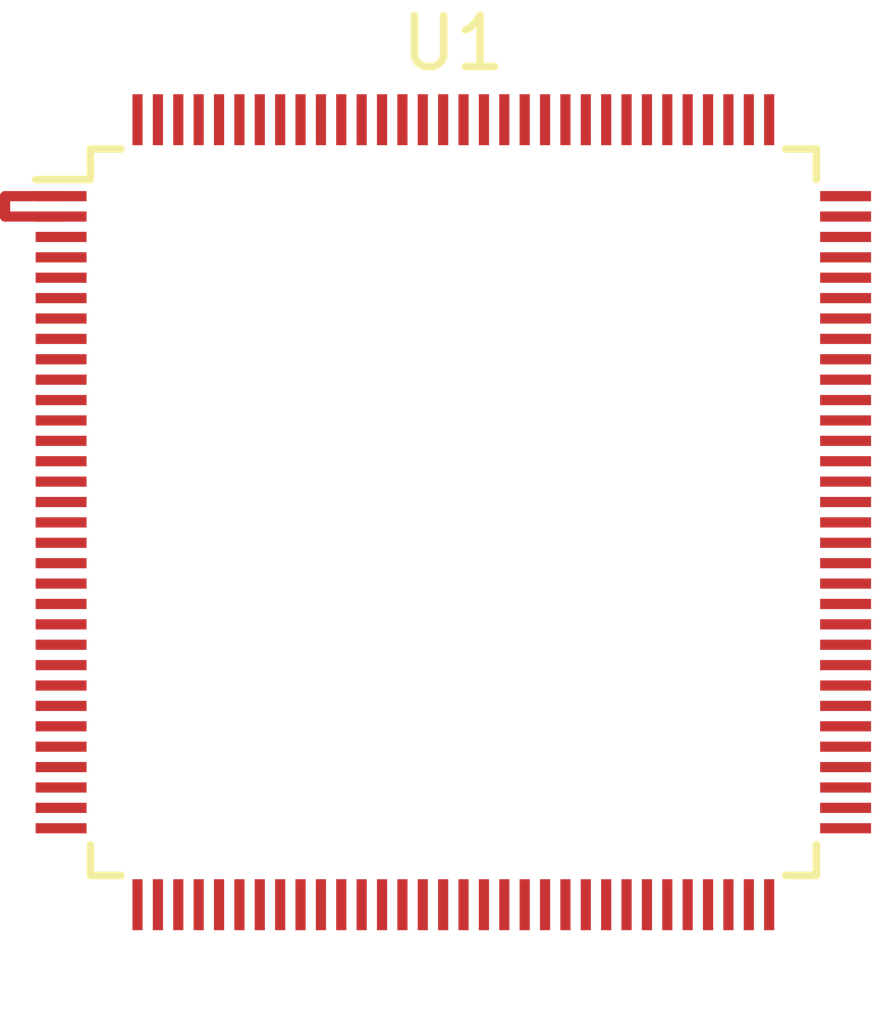
<source format=kicad_pcb>
(kicad_pcb (version 4) (host pcbnew 4.0.2+dfsg1-stable)

  (general
    (links 1)
    (no_connects 0)
    (area 0 0 0 0)
    (thickness 1.6)
    (drawings 0)
    (tracks 3)
    (zones 0)
    (modules 1)
    (nets 128)
  )

  (page A4)
  (layers
    (0 F.Cu signal)
    (31 B.Cu signal)
    (32 B.Adhes user)
    (33 F.Adhes user)
    (34 B.Paste user)
    (35 F.Paste user)
    (36 B.SilkS user)
    (37 F.SilkS user)
    (38 B.Mask user)
    (39 F.Mask user)
    (40 Dwgs.User user)
    (41 Cmts.User user)
    (42 Eco1.User user)
    (43 Eco2.User user)
    (44 Edge.Cuts user)
    (45 Margin user)
    (46 B.CrtYd user)
    (47 F.CrtYd user)
    (48 B.Fab user)
    (49 F.Fab user)
  )

  (setup
    (last_trace_width 0.2)
    (trace_clearance 0.15)
    (zone_clearance 0.508)
    (zone_45_only no)
    (trace_min 0.2)
    (segment_width 0.2)
    (edge_width 0.15)
    (via_size 0.6)
    (via_drill 0.4)
    (via_min_size 0.4)
    (via_min_drill 0.3)
    (uvia_size 0.3)
    (uvia_drill 0.1)
    (uvias_allowed no)
    (uvia_min_size 0.2)
    (uvia_min_drill 0.1)
    (pcb_text_width 0.3)
    (pcb_text_size 1.5 1.5)
    (mod_edge_width 0.15)
    (mod_text_size 1 1)
    (mod_text_width 0.15)
    (pad_size 1.524 1.524)
    (pad_drill 0.762)
    (pad_to_mask_clearance 0.2)
    (aux_axis_origin 0 0)
    (visible_elements FFFFFF7F)
    (pcbplotparams
      (layerselection 0x00030_80000001)
      (usegerberextensions false)
      (excludeedgelayer true)
      (linewidth 0.100000)
      (plotframeref false)
      (viasonmask false)
      (mode 1)
      (useauxorigin false)
      (hpglpennumber 1)
      (hpglpenspeed 20)
      (hpglpendiameter 15)
      (hpglpenoverlay 2)
      (psnegative false)
      (psa4output false)
      (plotreference true)
      (plotvalue true)
      (plotinvisibletext false)
      (padsonsilk false)
      (subtractmaskfromsilk false)
      (outputformat 1)
      (mirror false)
      (drillshape 1)
      (scaleselection 1)
      (outputdirectory ""))
  )

  (net 0 "")
  (net 1 "Net-(U1-Pad1)")
  (net 2 "Net-(U1-Pad3)")
  (net 3 "Net-(U1-Pad4)")
  (net 4 "Net-(U1-Pad5)")
  (net 5 "Net-(U1-Pad6)")
  (net 6 "Net-(U1-Pad7)")
  (net 7 "Net-(U1-Pad8)")
  (net 8 "Net-(U1-Pad9)")
  (net 9 "Net-(U1-Pad10)")
  (net 10 "Net-(U1-Pad11)")
  (net 11 "Net-(U1-Pad12)")
  (net 12 "Net-(U1-Pad13)")
  (net 13 "Net-(U1-Pad14)")
  (net 14 "Net-(U1-Pad15)")
  (net 15 "Net-(U1-Pad16)")
  (net 16 "Net-(U1-Pad17)")
  (net 17 "Net-(U1-Pad18)")
  (net 18 "Net-(U1-Pad19)")
  (net 19 "Net-(U1-Pad20)")
  (net 20 "Net-(U1-Pad21)")
  (net 21 "Net-(U1-Pad22)")
  (net 22 "Net-(U1-Pad23)")
  (net 23 "Net-(U1-Pad24)")
  (net 24 "Net-(U1-Pad25)")
  (net 25 "Net-(U1-Pad26)")
  (net 26 "Net-(U1-Pad27)")
  (net 27 "Net-(U1-Pad29)")
  (net 28 "Net-(U1-Pad30)")
  (net 29 "Net-(U1-Pad31)")
  (net 30 "Net-(U1-Pad32)")
  (net 31 "Net-(U1-Pad33)")
  (net 32 "Net-(U1-Pad35)")
  (net 33 "Net-(U1-Pad36)")
  (net 34 "Net-(U1-Pad37)")
  (net 35 "Net-(U1-Pad38)")
  (net 36 "Net-(U1-Pad39)")
  (net 37 "Net-(U1-Pad40)")
  (net 38 "Net-(U1-Pad41)")
  (net 39 "Net-(U1-Pad42)")
  (net 40 "Net-(U1-Pad43)")
  (net 41 "Net-(U1-Pad44)")
  (net 42 "Net-(U1-Pad45)")
  (net 43 "Net-(U1-Pad46)")
  (net 44 "Net-(U1-Pad47)")
  (net 45 "Net-(U1-Pad48)")
  (net 46 "Net-(U1-Pad49)")
  (net 47 "Net-(U1-Pad50)")
  (net 48 "Net-(U1-Pad51)")
  (net 49 "Net-(U1-Pad52)")
  (net 50 "Net-(U1-Pad53)")
  (net 51 "Net-(U1-Pad54)")
  (net 52 "Net-(U1-Pad55)")
  (net 53 "Net-(U1-Pad56)")
  (net 54 "Net-(U1-Pad57)")
  (net 55 "Net-(U1-Pad58)")
  (net 56 "Net-(U1-Pad59)")
  (net 57 "Net-(U1-Pad60)")
  (net 58 "Net-(U1-Pad61)")
  (net 59 "Net-(U1-Pad62)")
  (net 60 "Net-(U1-Pad63)")
  (net 61 "Net-(U1-Pad64)")
  (net 62 "Net-(U1-Pad65)")
  (net 63 "Net-(U1-Pad66)")
  (net 64 "Net-(U1-Pad67)")
  (net 65 "Net-(U1-Pad68)")
  (net 66 "Net-(U1-Pad69)")
  (net 67 "Net-(U1-Pad70)")
  (net 68 "Net-(U1-Pad71)")
  (net 69 "Net-(U1-Pad72)")
  (net 70 "Net-(U1-Pad73)")
  (net 71 "Net-(U1-Pad74)")
  (net 72 "Net-(U1-Pad75)")
  (net 73 "Net-(U1-Pad76)")
  (net 74 "Net-(U1-Pad77)")
  (net 75 "Net-(U1-Pad78)")
  (net 76 "Net-(U1-Pad79)")
  (net 77 "Net-(U1-Pad80)")
  (net 78 "Net-(U1-Pad81)")
  (net 79 "Net-(U1-Pad82)")
  (net 80 "Net-(U1-Pad83)")
  (net 81 "Net-(U1-Pad84)")
  (net 82 "Net-(U1-Pad85)")
  (net 83 "Net-(U1-Pad86)")
  (net 84 "Net-(U1-Pad87)")
  (net 85 "Net-(U1-Pad88)")
  (net 86 "Net-(U1-Pad89)")
  (net 87 "Net-(U1-Pad90)")
  (net 88 "Net-(U1-Pad91)")
  (net 89 "Net-(U1-Pad92)")
  (net 90 "Net-(U1-Pad93)")
  (net 91 "Net-(U1-Pad94)")
  (net 92 "Net-(U1-Pad95)")
  (net 93 "Net-(U1-Pad96)")
  (net 94 "Net-(U1-Pad97)")
  (net 95 "Net-(U1-Pad98)")
  (net 96 "Net-(U1-Pad99)")
  (net 97 "Net-(U1-Pad100)")
  (net 98 "Net-(U1-Pad101)")
  (net 99 "Net-(U1-Pad102)")
  (net 100 "Net-(U1-Pad103)")
  (net 101 "Net-(U1-Pad104)")
  (net 102 "Net-(U1-Pad105)")
  (net 103 "Net-(U1-Pad106)")
  (net 104 "Net-(U1-Pad107)")
  (net 105 "Net-(U1-Pad108)")
  (net 106 "Net-(U1-Pad109)")
  (net 107 "Net-(U1-Pad110)")
  (net 108 "Net-(U1-Pad111)")
  (net 109 "Net-(U1-Pad112)")
  (net 110 "Net-(U1-Pad113)")
  (net 111 "Net-(U1-Pad114)")
  (net 112 "Net-(U1-Pad115)")
  (net 113 "Net-(U1-Pad116)")
  (net 114 "Net-(U1-Pad117)")
  (net 115 "Net-(U1-Pad118)")
  (net 116 "Net-(U1-Pad119)")
  (net 117 "Net-(U1-Pad120)")
  (net 118 "Net-(U1-Pad121)")
  (net 119 "Net-(U1-Pad122)")
  (net 120 "Net-(U1-Pad123)")
  (net 121 "Net-(U1-Pad124)")
  (net 122 "Net-(U1-Pad125)")
  (net 123 "Net-(U1-Pad126)")
  (net 124 "Net-(U1-Pad127)")
  (net 125 "Net-(U1-Pad128)")
  (net 126 "Net-(U1-Pad28)")
  (net 127 "Net-(U1-Pad34)")

  (net_class Default "This is the default net class."
    (clearance 0.15)
    (trace_width 0.2)
    (via_dia 0.6)
    (via_drill 0.4)
    (uvia_dia 0.3)
    (uvia_drill 0.1)
    (add_net "Net-(U1-Pad1)")
    (add_net "Net-(U1-Pad10)")
    (add_net "Net-(U1-Pad100)")
    (add_net "Net-(U1-Pad101)")
    (add_net "Net-(U1-Pad102)")
    (add_net "Net-(U1-Pad103)")
    (add_net "Net-(U1-Pad104)")
    (add_net "Net-(U1-Pad105)")
    (add_net "Net-(U1-Pad106)")
    (add_net "Net-(U1-Pad107)")
    (add_net "Net-(U1-Pad108)")
    (add_net "Net-(U1-Pad109)")
    (add_net "Net-(U1-Pad11)")
    (add_net "Net-(U1-Pad110)")
    (add_net "Net-(U1-Pad111)")
    (add_net "Net-(U1-Pad112)")
    (add_net "Net-(U1-Pad113)")
    (add_net "Net-(U1-Pad114)")
    (add_net "Net-(U1-Pad115)")
    (add_net "Net-(U1-Pad116)")
    (add_net "Net-(U1-Pad117)")
    (add_net "Net-(U1-Pad118)")
    (add_net "Net-(U1-Pad119)")
    (add_net "Net-(U1-Pad12)")
    (add_net "Net-(U1-Pad120)")
    (add_net "Net-(U1-Pad121)")
    (add_net "Net-(U1-Pad122)")
    (add_net "Net-(U1-Pad123)")
    (add_net "Net-(U1-Pad124)")
    (add_net "Net-(U1-Pad125)")
    (add_net "Net-(U1-Pad126)")
    (add_net "Net-(U1-Pad127)")
    (add_net "Net-(U1-Pad128)")
    (add_net "Net-(U1-Pad13)")
    (add_net "Net-(U1-Pad14)")
    (add_net "Net-(U1-Pad15)")
    (add_net "Net-(U1-Pad16)")
    (add_net "Net-(U1-Pad17)")
    (add_net "Net-(U1-Pad18)")
    (add_net "Net-(U1-Pad19)")
    (add_net "Net-(U1-Pad20)")
    (add_net "Net-(U1-Pad21)")
    (add_net "Net-(U1-Pad22)")
    (add_net "Net-(U1-Pad23)")
    (add_net "Net-(U1-Pad24)")
    (add_net "Net-(U1-Pad25)")
    (add_net "Net-(U1-Pad26)")
    (add_net "Net-(U1-Pad27)")
    (add_net "Net-(U1-Pad28)")
    (add_net "Net-(U1-Pad29)")
    (add_net "Net-(U1-Pad3)")
    (add_net "Net-(U1-Pad30)")
    (add_net "Net-(U1-Pad31)")
    (add_net "Net-(U1-Pad32)")
    (add_net "Net-(U1-Pad33)")
    (add_net "Net-(U1-Pad34)")
    (add_net "Net-(U1-Pad35)")
    (add_net "Net-(U1-Pad36)")
    (add_net "Net-(U1-Pad37)")
    (add_net "Net-(U1-Pad38)")
    (add_net "Net-(U1-Pad39)")
    (add_net "Net-(U1-Pad4)")
    (add_net "Net-(U1-Pad40)")
    (add_net "Net-(U1-Pad41)")
    (add_net "Net-(U1-Pad42)")
    (add_net "Net-(U1-Pad43)")
    (add_net "Net-(U1-Pad44)")
    (add_net "Net-(U1-Pad45)")
    (add_net "Net-(U1-Pad46)")
    (add_net "Net-(U1-Pad47)")
    (add_net "Net-(U1-Pad48)")
    (add_net "Net-(U1-Pad49)")
    (add_net "Net-(U1-Pad5)")
    (add_net "Net-(U1-Pad50)")
    (add_net "Net-(U1-Pad51)")
    (add_net "Net-(U1-Pad52)")
    (add_net "Net-(U1-Pad53)")
    (add_net "Net-(U1-Pad54)")
    (add_net "Net-(U1-Pad55)")
    (add_net "Net-(U1-Pad56)")
    (add_net "Net-(U1-Pad57)")
    (add_net "Net-(U1-Pad58)")
    (add_net "Net-(U1-Pad59)")
    (add_net "Net-(U1-Pad6)")
    (add_net "Net-(U1-Pad60)")
    (add_net "Net-(U1-Pad61)")
    (add_net "Net-(U1-Pad62)")
    (add_net "Net-(U1-Pad63)")
    (add_net "Net-(U1-Pad64)")
    (add_net "Net-(U1-Pad65)")
    (add_net "Net-(U1-Pad66)")
    (add_net "Net-(U1-Pad67)")
    (add_net "Net-(U1-Pad68)")
    (add_net "Net-(U1-Pad69)")
    (add_net "Net-(U1-Pad7)")
    (add_net "Net-(U1-Pad70)")
    (add_net "Net-(U1-Pad71)")
    (add_net "Net-(U1-Pad72)")
    (add_net "Net-(U1-Pad73)")
    (add_net "Net-(U1-Pad74)")
    (add_net "Net-(U1-Pad75)")
    (add_net "Net-(U1-Pad76)")
    (add_net "Net-(U1-Pad77)")
    (add_net "Net-(U1-Pad78)")
    (add_net "Net-(U1-Pad79)")
    (add_net "Net-(U1-Pad8)")
    (add_net "Net-(U1-Pad80)")
    (add_net "Net-(U1-Pad81)")
    (add_net "Net-(U1-Pad82)")
    (add_net "Net-(U1-Pad83)")
    (add_net "Net-(U1-Pad84)")
    (add_net "Net-(U1-Pad85)")
    (add_net "Net-(U1-Pad86)")
    (add_net "Net-(U1-Pad87)")
    (add_net "Net-(U1-Pad88)")
    (add_net "Net-(U1-Pad89)")
    (add_net "Net-(U1-Pad9)")
    (add_net "Net-(U1-Pad90)")
    (add_net "Net-(U1-Pad91)")
    (add_net "Net-(U1-Pad92)")
    (add_net "Net-(U1-Pad93)")
    (add_net "Net-(U1-Pad94)")
    (add_net "Net-(U1-Pad95)")
    (add_net "Net-(U1-Pad96)")
    (add_net "Net-(U1-Pad97)")
    (add_net "Net-(U1-Pad98)")
    (add_net "Net-(U1-Pad99)")
  )

  (module Housings_QFP:LQFP-128_14x14mm_Pitch0.4mm (layer F.Cu) (tedit 54130A77) (tstamp 59601075)
    (at 132.8 76.8)
    (descr "128 Lead LQFP 14x14 mm (see MICREL LQFP14x14-128LD-PL-1.pdf)")
    (tags "QFP 0.4")
    (path /5960BE07)
    (attr smd)
    (fp_text reference U1 (at 0 -9.2) (layer F.SilkS)
      (effects (font (size 1 1) (thickness 0.15)))
    )
    (fp_text value TM4C129ENCPDT (at 0 9.2) (layer F.Fab)
      (effects (font (size 1 1) (thickness 0.15)))
    )
    (fp_line (start -8.45 -8.45) (end -8.45 8.45) (layer F.CrtYd) (width 0.05))
    (fp_line (start 8.45 -8.45) (end 8.45 8.45) (layer F.CrtYd) (width 0.05))
    (fp_line (start -8.45 -8.45) (end 8.45 -8.45) (layer F.CrtYd) (width 0.05))
    (fp_line (start -8.45 8.45) (end 8.45 8.45) (layer F.CrtYd) (width 0.05))
    (fp_line (start -7.125 -7.125) (end -7.125 -6.525) (layer F.SilkS) (width 0.15))
    (fp_line (start 7.125 -7.125) (end 7.125 -6.525) (layer F.SilkS) (width 0.15))
    (fp_line (start 7.125 7.125) (end 7.125 6.525) (layer F.SilkS) (width 0.15))
    (fp_line (start -7.125 7.125) (end -7.125 6.525) (layer F.SilkS) (width 0.15))
    (fp_line (start -7.125 -7.125) (end -6.525 -7.125) (layer F.SilkS) (width 0.15))
    (fp_line (start -7.125 7.125) (end -6.525 7.125) (layer F.SilkS) (width 0.15))
    (fp_line (start 7.125 7.125) (end 6.525 7.125) (layer F.SilkS) (width 0.15))
    (fp_line (start 7.125 -7.125) (end 6.525 -7.125) (layer F.SilkS) (width 0.15))
    (fp_line (start -7.125 -6.525) (end -8.2 -6.525) (layer F.SilkS) (width 0.15))
    (pad 1 smd rect (at -7.7 -6.2) (size 1 0.2) (layers F.Cu F.Paste F.Mask)
      (net 1 "Net-(U1-Pad1)"))
    (pad 2 smd rect (at -7.7 -5.8) (size 1 0.2) (layers F.Cu F.Paste F.Mask)
      (net 1 "Net-(U1-Pad1)"))
    (pad 3 smd rect (at -7.7 -5.4) (size 1 0.2) (layers F.Cu F.Paste F.Mask)
      (net 2 "Net-(U1-Pad3)"))
    (pad 4 smd rect (at -7.7 -5) (size 1 0.2) (layers F.Cu F.Paste F.Mask)
      (net 3 "Net-(U1-Pad4)"))
    (pad 5 smd rect (at -7.7 -4.6) (size 1 0.2) (layers F.Cu F.Paste F.Mask)
      (net 4 "Net-(U1-Pad5)"))
    (pad 6 smd rect (at -7.7 -4.2) (size 1 0.2) (layers F.Cu F.Paste F.Mask)
      (net 5 "Net-(U1-Pad6)"))
    (pad 7 smd rect (at -7.7 -3.8) (size 1 0.2) (layers F.Cu F.Paste F.Mask)
      (net 6 "Net-(U1-Pad7)"))
    (pad 8 smd rect (at -7.7 -3.4) (size 1 0.2) (layers F.Cu F.Paste F.Mask)
      (net 7 "Net-(U1-Pad8)"))
    (pad 9 smd rect (at -7.7 -3) (size 1 0.2) (layers F.Cu F.Paste F.Mask)
      (net 8 "Net-(U1-Pad9)"))
    (pad 10 smd rect (at -7.7 -2.6) (size 1 0.2) (layers F.Cu F.Paste F.Mask)
      (net 9 "Net-(U1-Pad10)"))
    (pad 11 smd rect (at -7.7 -2.2) (size 1 0.2) (layers F.Cu F.Paste F.Mask)
      (net 10 "Net-(U1-Pad11)"))
    (pad 12 smd rect (at -7.7 -1.8) (size 1 0.2) (layers F.Cu F.Paste F.Mask)
      (net 11 "Net-(U1-Pad12)"))
    (pad 13 smd rect (at -7.7 -1.4) (size 1 0.2) (layers F.Cu F.Paste F.Mask)
      (net 12 "Net-(U1-Pad13)"))
    (pad 14 smd rect (at -7.7 -1) (size 1 0.2) (layers F.Cu F.Paste F.Mask)
      (net 13 "Net-(U1-Pad14)"))
    (pad 15 smd rect (at -7.7 -0.6) (size 1 0.2) (layers F.Cu F.Paste F.Mask)
      (net 14 "Net-(U1-Pad15)"))
    (pad 16 smd rect (at -7.7 -0.2) (size 1 0.2) (layers F.Cu F.Paste F.Mask)
      (net 15 "Net-(U1-Pad16)"))
    (pad 17 smd rect (at -7.7 0.2) (size 1 0.2) (layers F.Cu F.Paste F.Mask)
      (net 16 "Net-(U1-Pad17)"))
    (pad 18 smd rect (at -7.7 0.6) (size 1 0.2) (layers F.Cu F.Paste F.Mask)
      (net 17 "Net-(U1-Pad18)"))
    (pad 19 smd rect (at -7.7 1) (size 1 0.2) (layers F.Cu F.Paste F.Mask)
      (net 18 "Net-(U1-Pad19)"))
    (pad 20 smd rect (at -7.7 1.4) (size 1 0.2) (layers F.Cu F.Paste F.Mask)
      (net 19 "Net-(U1-Pad20)"))
    (pad 21 smd rect (at -7.7 1.8) (size 1 0.2) (layers F.Cu F.Paste F.Mask)
      (net 20 "Net-(U1-Pad21)"))
    (pad 22 smd rect (at -7.7 2.2) (size 1 0.2) (layers F.Cu F.Paste F.Mask)
      (net 21 "Net-(U1-Pad22)"))
    (pad 23 smd rect (at -7.7 2.6) (size 1 0.2) (layers F.Cu F.Paste F.Mask)
      (net 22 "Net-(U1-Pad23)"))
    (pad 24 smd rect (at -7.7 3) (size 1 0.2) (layers F.Cu F.Paste F.Mask)
      (net 23 "Net-(U1-Pad24)"))
    (pad 25 smd rect (at -7.7 3.4) (size 1 0.2) (layers F.Cu F.Paste F.Mask)
      (net 24 "Net-(U1-Pad25)"))
    (pad 26 smd rect (at -7.7 3.8) (size 1 0.2) (layers F.Cu F.Paste F.Mask)
      (net 25 "Net-(U1-Pad26)"))
    (pad 27 smd rect (at -7.7 4.2) (size 1 0.2) (layers F.Cu F.Paste F.Mask)
      (net 26 "Net-(U1-Pad27)"))
    (pad 28 smd rect (at -7.7 4.6) (size 1 0.2) (layers F.Cu F.Paste F.Mask)
      (net 126 "Net-(U1-Pad28)"))
    (pad 29 smd rect (at -7.7 5) (size 1 0.2) (layers F.Cu F.Paste F.Mask)
      (net 27 "Net-(U1-Pad29)"))
    (pad 30 smd rect (at -7.7 5.4) (size 1 0.2) (layers F.Cu F.Paste F.Mask)
      (net 28 "Net-(U1-Pad30)"))
    (pad 31 smd rect (at -7.7 5.8) (size 1 0.2) (layers F.Cu F.Paste F.Mask)
      (net 29 "Net-(U1-Pad31)"))
    (pad 32 smd rect (at -7.7 6.2) (size 1 0.2) (layers F.Cu F.Paste F.Mask)
      (net 30 "Net-(U1-Pad32)"))
    (pad 33 smd rect (at -6.2 7.7 90) (size 1 0.2) (layers F.Cu F.Paste F.Mask)
      (net 31 "Net-(U1-Pad33)"))
    (pad 34 smd rect (at -5.8 7.7 90) (size 1 0.2) (layers F.Cu F.Paste F.Mask)
      (net 127 "Net-(U1-Pad34)"))
    (pad 35 smd rect (at -5.4 7.7 90) (size 1 0.2) (layers F.Cu F.Paste F.Mask)
      (net 32 "Net-(U1-Pad35)"))
    (pad 36 smd rect (at -5 7.7 90) (size 1 0.2) (layers F.Cu F.Paste F.Mask)
      (net 33 "Net-(U1-Pad36)"))
    (pad 37 smd rect (at -4.6 7.7 90) (size 1 0.2) (layers F.Cu F.Paste F.Mask)
      (net 34 "Net-(U1-Pad37)"))
    (pad 38 smd rect (at -4.2 7.7 90) (size 1 0.2) (layers F.Cu F.Paste F.Mask)
      (net 35 "Net-(U1-Pad38)"))
    (pad 39 smd rect (at -3.8 7.7 90) (size 1 0.2) (layers F.Cu F.Paste F.Mask)
      (net 36 "Net-(U1-Pad39)"))
    (pad 40 smd rect (at -3.4 7.7 90) (size 1 0.2) (layers F.Cu F.Paste F.Mask)
      (net 37 "Net-(U1-Pad40)"))
    (pad 41 smd rect (at -3 7.7 90) (size 1 0.2) (layers F.Cu F.Paste F.Mask)
      (net 38 "Net-(U1-Pad41)"))
    (pad 42 smd rect (at -2.6 7.7 90) (size 1 0.2) (layers F.Cu F.Paste F.Mask)
      (net 39 "Net-(U1-Pad42)"))
    (pad 43 smd rect (at -2.2 7.7 90) (size 1 0.2) (layers F.Cu F.Paste F.Mask)
      (net 40 "Net-(U1-Pad43)"))
    (pad 44 smd rect (at -1.8 7.7 90) (size 1 0.2) (layers F.Cu F.Paste F.Mask)
      (net 41 "Net-(U1-Pad44)"))
    (pad 45 smd rect (at -1.4 7.7 90) (size 1 0.2) (layers F.Cu F.Paste F.Mask)
      (net 42 "Net-(U1-Pad45)"))
    (pad 46 smd rect (at -1 7.7 90) (size 1 0.2) (layers F.Cu F.Paste F.Mask)
      (net 43 "Net-(U1-Pad46)"))
    (pad 47 smd rect (at -0.6 7.7 90) (size 1 0.2) (layers F.Cu F.Paste F.Mask)
      (net 44 "Net-(U1-Pad47)"))
    (pad 48 smd rect (at -0.2 7.7 90) (size 1 0.2) (layers F.Cu F.Paste F.Mask)
      (net 45 "Net-(U1-Pad48)"))
    (pad 49 smd rect (at 0.2 7.7 90) (size 1 0.2) (layers F.Cu F.Paste F.Mask)
      (net 46 "Net-(U1-Pad49)"))
    (pad 50 smd rect (at 0.6 7.7 90) (size 1 0.2) (layers F.Cu F.Paste F.Mask)
      (net 47 "Net-(U1-Pad50)"))
    (pad 51 smd rect (at 1 7.7 90) (size 1 0.2) (layers F.Cu F.Paste F.Mask)
      (net 48 "Net-(U1-Pad51)"))
    (pad 52 smd rect (at 1.4 7.7 90) (size 1 0.2) (layers F.Cu F.Paste F.Mask)
      (net 49 "Net-(U1-Pad52)"))
    (pad 53 smd rect (at 1.8 7.7 90) (size 1 0.2) (layers F.Cu F.Paste F.Mask)
      (net 50 "Net-(U1-Pad53)"))
    (pad 54 smd rect (at 2.2 7.7 90) (size 1 0.2) (layers F.Cu F.Paste F.Mask)
      (net 51 "Net-(U1-Pad54)"))
    (pad 55 smd rect (at 2.6 7.7 90) (size 1 0.2) (layers F.Cu F.Paste F.Mask)
      (net 52 "Net-(U1-Pad55)"))
    (pad 56 smd rect (at 3 7.7 90) (size 1 0.2) (layers F.Cu F.Paste F.Mask)
      (net 53 "Net-(U1-Pad56)"))
    (pad 57 smd rect (at 3.4 7.7 90) (size 1 0.2) (layers F.Cu F.Paste F.Mask)
      (net 54 "Net-(U1-Pad57)"))
    (pad 58 smd rect (at 3.8 7.7 90) (size 1 0.2) (layers F.Cu F.Paste F.Mask)
      (net 55 "Net-(U1-Pad58)"))
    (pad 59 smd rect (at 4.2 7.7 90) (size 1 0.2) (layers F.Cu F.Paste F.Mask)
      (net 56 "Net-(U1-Pad59)"))
    (pad 60 smd rect (at 4.6 7.7 90) (size 1 0.2) (layers F.Cu F.Paste F.Mask)
      (net 57 "Net-(U1-Pad60)"))
    (pad 61 smd rect (at 5 7.7 90) (size 1 0.2) (layers F.Cu F.Paste F.Mask)
      (net 58 "Net-(U1-Pad61)"))
    (pad 62 smd rect (at 5.4 7.7 90) (size 1 0.2) (layers F.Cu F.Paste F.Mask)
      (net 59 "Net-(U1-Pad62)"))
    (pad 63 smd rect (at 5.8 7.7 90) (size 1 0.2) (layers F.Cu F.Paste F.Mask)
      (net 60 "Net-(U1-Pad63)"))
    (pad 64 smd rect (at 6.2 7.7 90) (size 1 0.2) (layers F.Cu F.Paste F.Mask)
      (net 61 "Net-(U1-Pad64)"))
    (pad 65 smd rect (at 7.7 6.2) (size 1 0.2) (layers F.Cu F.Paste F.Mask)
      (net 62 "Net-(U1-Pad65)"))
    (pad 66 smd rect (at 7.7 5.8) (size 1 0.2) (layers F.Cu F.Paste F.Mask)
      (net 63 "Net-(U1-Pad66)"))
    (pad 67 smd rect (at 7.7 5.4) (size 1 0.2) (layers F.Cu F.Paste F.Mask)
      (net 64 "Net-(U1-Pad67)"))
    (pad 68 smd rect (at 7.7 5) (size 1 0.2) (layers F.Cu F.Paste F.Mask)
      (net 65 "Net-(U1-Pad68)"))
    (pad 69 smd rect (at 7.7 4.6) (size 1 0.2) (layers F.Cu F.Paste F.Mask)
      (net 66 "Net-(U1-Pad69)"))
    (pad 70 smd rect (at 7.7 4.2) (size 1 0.2) (layers F.Cu F.Paste F.Mask)
      (net 67 "Net-(U1-Pad70)"))
    (pad 71 smd rect (at 7.7 3.8) (size 1 0.2) (layers F.Cu F.Paste F.Mask)
      (net 68 "Net-(U1-Pad71)"))
    (pad 72 smd rect (at 7.7 3.4) (size 1 0.2) (layers F.Cu F.Paste F.Mask)
      (net 69 "Net-(U1-Pad72)"))
    (pad 73 smd rect (at 7.7 3) (size 1 0.2) (layers F.Cu F.Paste F.Mask)
      (net 70 "Net-(U1-Pad73)"))
    (pad 74 smd rect (at 7.7 2.6) (size 1 0.2) (layers F.Cu F.Paste F.Mask)
      (net 71 "Net-(U1-Pad74)"))
    (pad 75 smd rect (at 7.7 2.2) (size 1 0.2) (layers F.Cu F.Paste F.Mask)
      (net 72 "Net-(U1-Pad75)"))
    (pad 76 smd rect (at 7.7 1.8) (size 1 0.2) (layers F.Cu F.Paste F.Mask)
      (net 73 "Net-(U1-Pad76)"))
    (pad 77 smd rect (at 7.7 1.4) (size 1 0.2) (layers F.Cu F.Paste F.Mask)
      (net 74 "Net-(U1-Pad77)"))
    (pad 78 smd rect (at 7.7 1) (size 1 0.2) (layers F.Cu F.Paste F.Mask)
      (net 75 "Net-(U1-Pad78)"))
    (pad 79 smd rect (at 7.7 0.6) (size 1 0.2) (layers F.Cu F.Paste F.Mask)
      (net 76 "Net-(U1-Pad79)"))
    (pad 80 smd rect (at 7.7 0.2) (size 1 0.2) (layers F.Cu F.Paste F.Mask)
      (net 77 "Net-(U1-Pad80)"))
    (pad 81 smd rect (at 7.7 -0.2) (size 1 0.2) (layers F.Cu F.Paste F.Mask)
      (net 78 "Net-(U1-Pad81)"))
    (pad 82 smd rect (at 7.7 -0.6) (size 1 0.2) (layers F.Cu F.Paste F.Mask)
      (net 79 "Net-(U1-Pad82)"))
    (pad 83 smd rect (at 7.7 -1) (size 1 0.2) (layers F.Cu F.Paste F.Mask)
      (net 80 "Net-(U1-Pad83)"))
    (pad 84 smd rect (at 7.7 -1.4) (size 1 0.2) (layers F.Cu F.Paste F.Mask)
      (net 81 "Net-(U1-Pad84)"))
    (pad 85 smd rect (at 7.7 -1.8) (size 1 0.2) (layers F.Cu F.Paste F.Mask)
      (net 82 "Net-(U1-Pad85)"))
    (pad 86 smd rect (at 7.7 -2.2) (size 1 0.2) (layers F.Cu F.Paste F.Mask)
      (net 83 "Net-(U1-Pad86)"))
    (pad 87 smd rect (at 7.7 -2.6) (size 1 0.2) (layers F.Cu F.Paste F.Mask)
      (net 84 "Net-(U1-Pad87)"))
    (pad 88 smd rect (at 7.7 -3) (size 1 0.2) (layers F.Cu F.Paste F.Mask)
      (net 85 "Net-(U1-Pad88)"))
    (pad 89 smd rect (at 7.7 -3.4) (size 1 0.2) (layers F.Cu F.Paste F.Mask)
      (net 86 "Net-(U1-Pad89)"))
    (pad 90 smd rect (at 7.7 -3.8) (size 1 0.2) (layers F.Cu F.Paste F.Mask)
      (net 87 "Net-(U1-Pad90)"))
    (pad 91 smd rect (at 7.7 -4.2) (size 1 0.2) (layers F.Cu F.Paste F.Mask)
      (net 88 "Net-(U1-Pad91)"))
    (pad 92 smd rect (at 7.7 -4.6) (size 1 0.2) (layers F.Cu F.Paste F.Mask)
      (net 89 "Net-(U1-Pad92)"))
    (pad 93 smd rect (at 7.7 -5) (size 1 0.2) (layers F.Cu F.Paste F.Mask)
      (net 90 "Net-(U1-Pad93)"))
    (pad 94 smd rect (at 7.7 -5.4) (size 1 0.2) (layers F.Cu F.Paste F.Mask)
      (net 91 "Net-(U1-Pad94)"))
    (pad 95 smd rect (at 7.7 -5.8) (size 1 0.2) (layers F.Cu F.Paste F.Mask)
      (net 92 "Net-(U1-Pad95)"))
    (pad 96 smd rect (at 7.7 -6.2) (size 1 0.2) (layers F.Cu F.Paste F.Mask)
      (net 93 "Net-(U1-Pad96)"))
    (pad 97 smd rect (at 6.2 -7.7 90) (size 1 0.2) (layers F.Cu F.Paste F.Mask)
      (net 94 "Net-(U1-Pad97)"))
    (pad 98 smd rect (at 5.8 -7.7 90) (size 1 0.2) (layers F.Cu F.Paste F.Mask)
      (net 95 "Net-(U1-Pad98)"))
    (pad 99 smd rect (at 5.4 -7.7 90) (size 1 0.2) (layers F.Cu F.Paste F.Mask)
      (net 96 "Net-(U1-Pad99)"))
    (pad 100 smd rect (at 5 -7.7 90) (size 1 0.2) (layers F.Cu F.Paste F.Mask)
      (net 97 "Net-(U1-Pad100)"))
    (pad 101 smd rect (at 4.6 -7.7 90) (size 1 0.2) (layers F.Cu F.Paste F.Mask)
      (net 98 "Net-(U1-Pad101)"))
    (pad 102 smd rect (at 4.2 -7.7 90) (size 1 0.2) (layers F.Cu F.Paste F.Mask)
      (net 99 "Net-(U1-Pad102)"))
    (pad 103 smd rect (at 3.8 -7.7 90) (size 1 0.2) (layers F.Cu F.Paste F.Mask)
      (net 100 "Net-(U1-Pad103)"))
    (pad 104 smd rect (at 3.4 -7.7 90) (size 1 0.2) (layers F.Cu F.Paste F.Mask)
      (net 101 "Net-(U1-Pad104)"))
    (pad 105 smd rect (at 3 -7.7 90) (size 1 0.2) (layers F.Cu F.Paste F.Mask)
      (net 102 "Net-(U1-Pad105)"))
    (pad 106 smd rect (at 2.6 -7.7 90) (size 1 0.2) (layers F.Cu F.Paste F.Mask)
      (net 103 "Net-(U1-Pad106)"))
    (pad 107 smd rect (at 2.2 -7.7 90) (size 1 0.2) (layers F.Cu F.Paste F.Mask)
      (net 104 "Net-(U1-Pad107)"))
    (pad 108 smd rect (at 1.8 -7.7 90) (size 1 0.2) (layers F.Cu F.Paste F.Mask)
      (net 105 "Net-(U1-Pad108)"))
    (pad 109 smd rect (at 1.4 -7.7 90) (size 1 0.2) (layers F.Cu F.Paste F.Mask)
      (net 106 "Net-(U1-Pad109)"))
    (pad 110 smd rect (at 1 -7.7 90) (size 1 0.2) (layers F.Cu F.Paste F.Mask)
      (net 107 "Net-(U1-Pad110)"))
    (pad 111 smd rect (at 0.6 -7.7 90) (size 1 0.2) (layers F.Cu F.Paste F.Mask)
      (net 108 "Net-(U1-Pad111)"))
    (pad 112 smd rect (at 0.2 -7.7 90) (size 1 0.2) (layers F.Cu F.Paste F.Mask)
      (net 109 "Net-(U1-Pad112)"))
    (pad 113 smd rect (at -0.2 -7.7 90) (size 1 0.2) (layers F.Cu F.Paste F.Mask)
      (net 110 "Net-(U1-Pad113)"))
    (pad 114 smd rect (at -0.6 -7.7 90) (size 1 0.2) (layers F.Cu F.Paste F.Mask)
      (net 111 "Net-(U1-Pad114)"))
    (pad 115 smd rect (at -1 -7.7 90) (size 1 0.2) (layers F.Cu F.Paste F.Mask)
      (net 112 "Net-(U1-Pad115)"))
    (pad 116 smd rect (at -1.4 -7.7 90) (size 1 0.2) (layers F.Cu F.Paste F.Mask)
      (net 113 "Net-(U1-Pad116)"))
    (pad 117 smd rect (at -1.8 -7.7 90) (size 1 0.2) (layers F.Cu F.Paste F.Mask)
      (net 114 "Net-(U1-Pad117)"))
    (pad 118 smd rect (at -2.2 -7.7 90) (size 1 0.2) (layers F.Cu F.Paste F.Mask)
      (net 115 "Net-(U1-Pad118)"))
    (pad 119 smd rect (at -2.6 -7.7 90) (size 1 0.2) (layers F.Cu F.Paste F.Mask)
      (net 116 "Net-(U1-Pad119)"))
    (pad 120 smd rect (at -3 -7.7 90) (size 1 0.2) (layers F.Cu F.Paste F.Mask)
      (net 117 "Net-(U1-Pad120)"))
    (pad 121 smd rect (at -3.4 -7.7 90) (size 1 0.2) (layers F.Cu F.Paste F.Mask)
      (net 118 "Net-(U1-Pad121)"))
    (pad 122 smd rect (at -3.8 -7.7 90) (size 1 0.2) (layers F.Cu F.Paste F.Mask)
      (net 119 "Net-(U1-Pad122)"))
    (pad 123 smd rect (at -4.2 -7.7 90) (size 1 0.2) (layers F.Cu F.Paste F.Mask)
      (net 120 "Net-(U1-Pad123)"))
    (pad 124 smd rect (at -4.6 -7.7 90) (size 1 0.2) (layers F.Cu F.Paste F.Mask)
      (net 121 "Net-(U1-Pad124)"))
    (pad 125 smd rect (at -5 -7.7 90) (size 1 0.2) (layers F.Cu F.Paste F.Mask)
      (net 122 "Net-(U1-Pad125)"))
    (pad 126 smd rect (at -5.4 -7.7 90) (size 1 0.2) (layers F.Cu F.Paste F.Mask)
      (net 123 "Net-(U1-Pad126)"))
    (pad 127 smd rect (at -5.8 -7.7 90) (size 1 0.2) (layers F.Cu F.Paste F.Mask)
      (net 124 "Net-(U1-Pad127)"))
    (pad 128 smd rect (at -6.2 -7.7 90) (size 1 0.2) (layers F.Cu F.Paste F.Mask)
      (net 125 "Net-(U1-Pad128)"))
    (model Housings_QFP.3dshapes/LQFP-128_14x14mm_Pitch0.4mm.wrl
      (at (xyz 0 0 0))
      (scale (xyz 1 1 1))
      (rotate (xyz 0 0 0))
    )
  )

  (segment (start 125.1 70.6) (end 124 70.6) (width 0.2) (layer F.Cu) (net 1) (status 400000))
  (segment (start 124 71) (end 125.1 71) (width 0.2) (layer F.Cu) (net 1) (tstamp 59611A5C) (status 800000))
  (segment (start 124 70.6) (end 124 71) (width 0.2) (layer F.Cu) (net 1) (tstamp 59611A5A))

)

</source>
